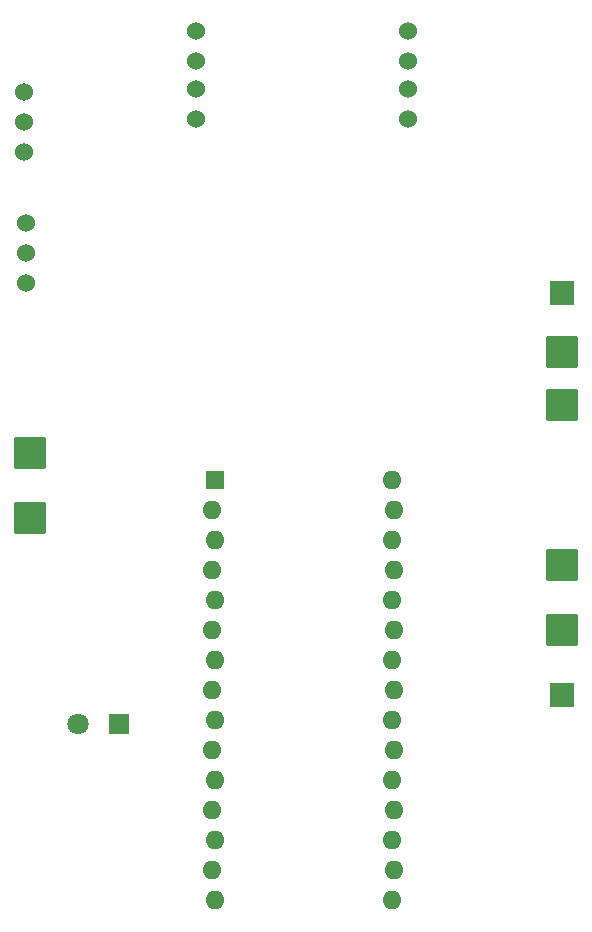
<source format=gbs>
%TF.GenerationSoftware,KiCad,Pcbnew,9.0.0*%
%TF.CreationDate,2025-04-14T19:38:07-04:00*%
%TF.ProjectId,brainfreeze,62726169-6e66-4726-9565-7a652e6b6963,rev?*%
%TF.SameCoordinates,Original*%
%TF.FileFunction,Soldermask,Bot*%
%TF.FilePolarity,Negative*%
%FSLAX46Y46*%
G04 Gerber Fmt 4.6, Leading zero omitted, Abs format (unit mm)*
G04 Created by KiCad (PCBNEW 9.0.0) date 2025-04-14 19:38:07*
%MOMM*%
%LPD*%
G01*
G04 APERTURE LIST*
G04 Aperture macros list*
%AMRoundRect*
0 Rectangle with rounded corners*
0 $1 Rounding radius*
0 $2 $3 $4 $5 $6 $7 $8 $9 X,Y pos of 4 corners*
0 Add a 4 corners polygon primitive as box body*
4,1,4,$2,$3,$4,$5,$6,$7,$8,$9,$2,$3,0*
0 Add four circle primitives for the rounded corners*
1,1,$1+$1,$2,$3*
1,1,$1+$1,$4,$5*
1,1,$1+$1,$6,$7*
1,1,$1+$1,$8,$9*
0 Add four rect primitives between the rounded corners*
20,1,$1+$1,$2,$3,$4,$5,0*
20,1,$1+$1,$4,$5,$6,$7,0*
20,1,$1+$1,$6,$7,$8,$9,0*
20,1,$1+$1,$8,$9,$2,$3,0*%
G04 Aperture macros list end*
%ADD10RoundRect,0.250000X-1.125000X-1.125000X1.125000X-1.125000X1.125000X1.125000X-1.125000X1.125000X0*%
%ADD11R,1.600000X1.600000*%
%ADD12O,1.600000X1.600000*%
%ADD13RoundRect,0.250001X-0.799999X-0.799999X0.799999X-0.799999X0.799999X0.799999X-0.799999X0.799999X0*%
%ADD14R,1.800000X1.800000*%
%ADD15C,1.800000*%
%ADD16C,1.524000*%
G04 APERTURE END LIST*
D10*
X222500000Y-108000000D03*
D11*
X193125000Y-114340000D03*
D12*
X192875000Y-116880000D03*
X193125000Y-119420000D03*
X192850000Y-121960000D03*
X193125000Y-124500000D03*
X192850000Y-127040000D03*
X193125000Y-129580000D03*
X192850000Y-132120000D03*
X193125000Y-134660000D03*
X192850000Y-137200000D03*
X193125000Y-139740000D03*
X192850000Y-142280000D03*
X193100000Y-144820000D03*
X192875000Y-147360000D03*
X193100000Y-149900000D03*
X208100000Y-149900000D03*
X208325000Y-147360000D03*
X208100000Y-144820000D03*
X208325000Y-142280000D03*
X208100000Y-139740000D03*
X208325000Y-137200000D03*
X208100000Y-134660000D03*
X208325000Y-132120000D03*
X208100000Y-129580000D03*
X208325000Y-127040000D03*
X208100000Y-124500000D03*
X208325000Y-121960000D03*
X208100000Y-119420000D03*
X208325000Y-116880000D03*
X208100000Y-114340000D03*
D10*
X177500000Y-112000000D03*
D13*
X222500000Y-98500000D03*
D10*
X177500000Y-117500000D03*
D14*
X185000000Y-135000000D03*
D15*
X181500000Y-135000000D03*
D13*
X222500000Y-132500000D03*
D16*
X176969900Y-81493400D03*
X176969900Y-84033400D03*
X176969900Y-86573400D03*
X191500000Y-76270000D03*
X191500000Y-76270000D03*
X191500000Y-78810000D03*
X191500000Y-78810000D03*
X191500000Y-81190000D03*
X191500000Y-81190000D03*
X191500000Y-83730000D03*
X191500000Y-83730000D03*
X209500000Y-76270000D03*
X209500000Y-76270000D03*
X209500000Y-78810000D03*
X209500000Y-78810000D03*
X209500000Y-81190000D03*
X209500000Y-81190000D03*
X209500000Y-83730000D03*
X209500000Y-83730000D03*
D10*
X222500000Y-121500000D03*
D16*
X177100000Y-92593400D03*
X177100000Y-95133400D03*
X177100000Y-97673400D03*
D10*
X222500000Y-103500000D03*
X222500000Y-127000000D03*
M02*

</source>
